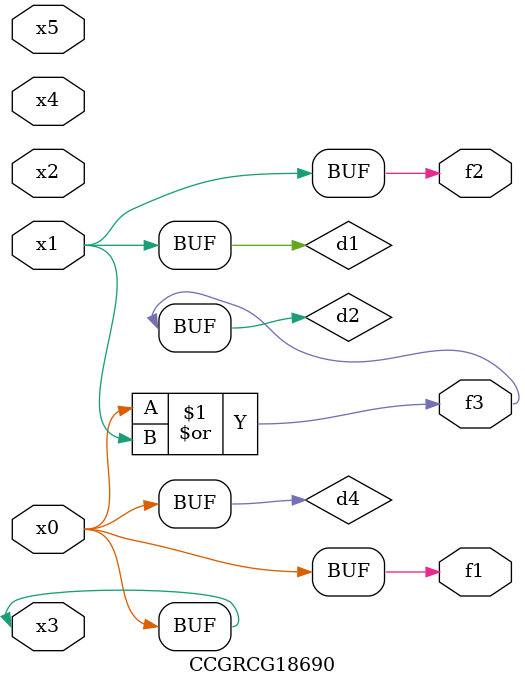
<source format=v>
module CCGRCG18690(
	input x0, x1, x2, x3, x4, x5,
	output f1, f2, f3
);

	wire d1, d2, d3, d4;

	and (d1, x1);
	or (d2, x0, x1);
	nand (d3, x0, x5);
	buf (d4, x0, x3);
	assign f1 = d4;
	assign f2 = d1;
	assign f3 = d2;
endmodule

</source>
